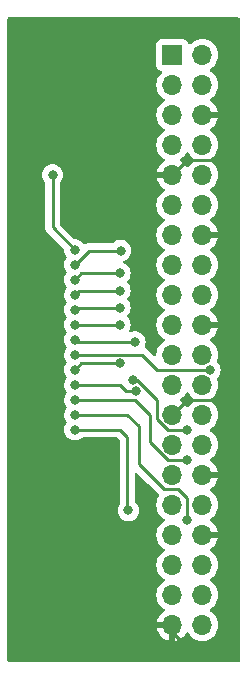
<source format=gbl>
G04 #@! TF.GenerationSoftware,KiCad,Pcbnew,7.0.5-7.0.5~ubuntu23.04.1*
G04 #@! TF.CreationDate,2023-06-22T20:58:36+02:00*
G04 #@! TF.ProjectId,olimex-ice40-pi-header,6f6c696d-6578-42d6-9963-6534302d7069,rev?*
G04 #@! TF.SameCoordinates,Original*
G04 #@! TF.FileFunction,Copper,L2,Bot*
G04 #@! TF.FilePolarity,Positive*
%FSLAX46Y46*%
G04 Gerber Fmt 4.6, Leading zero omitted, Abs format (unit mm)*
G04 Created by KiCad (PCBNEW 7.0.5-7.0.5~ubuntu23.04.1) date 2023-06-22 20:58:36*
%MOMM*%
%LPD*%
G01*
G04 APERTURE LIST*
G04 #@! TA.AperFunction,ComponentPad*
%ADD10R,1.700000X1.700000*%
G04 #@! TD*
G04 #@! TA.AperFunction,ComponentPad*
%ADD11O,1.700000X1.700000*%
G04 #@! TD*
G04 #@! TA.AperFunction,ViaPad*
%ADD12C,0.800000*%
G04 #@! TD*
G04 #@! TA.AperFunction,Conductor*
%ADD13C,0.250000*%
G04 #@! TD*
G04 APERTURE END LIST*
D10*
X144780000Y-73660000D03*
D11*
X147320000Y-73660000D03*
X144780000Y-76200000D03*
X147320000Y-76200000D03*
X144780000Y-78740000D03*
X147320000Y-78740000D03*
X144780000Y-81280000D03*
X147320000Y-81280000D03*
X144780000Y-83820000D03*
X147320000Y-83820000D03*
X144780000Y-86360000D03*
X147320000Y-86360000D03*
X144780000Y-88900000D03*
X147320000Y-88900000D03*
X144780000Y-91440000D03*
X147320000Y-91440000D03*
X144780000Y-93980000D03*
X147320000Y-93980000D03*
X144780000Y-96520000D03*
X147320000Y-96520000D03*
X144780000Y-99060000D03*
X147320000Y-99060000D03*
X144780000Y-101600000D03*
X147320000Y-101600000D03*
X144780000Y-104140000D03*
X147320000Y-104140000D03*
X144780000Y-106680000D03*
X147320000Y-106680000D03*
X144780000Y-109220000D03*
X147320000Y-109220000D03*
X144780000Y-111760000D03*
X147320000Y-111760000D03*
X144780000Y-114300000D03*
X147320000Y-114300000D03*
X144780000Y-116840000D03*
X147320000Y-116840000D03*
X144780000Y-119380000D03*
X147320000Y-119380000D03*
X144780000Y-121920000D03*
X147320000Y-121920000D03*
D12*
X136525000Y-90170000D03*
X134634799Y-83834799D03*
X138430000Y-83820000D03*
X140392299Y-90227299D03*
X136525000Y-91440000D03*
X140335000Y-92164500D03*
X136525000Y-92710000D03*
X136525000Y-93980000D03*
X140335000Y-93614000D03*
X140335000Y-95063500D03*
X136525000Y-95250000D03*
X136525000Y-96520000D03*
X140335000Y-96513000D03*
X141605000Y-97962500D03*
X136525000Y-97790000D03*
X147968237Y-100356474D03*
X136525000Y-99060000D03*
X136525000Y-100330000D03*
X140335000Y-99784500D03*
X146050000Y-105410000D03*
X141409503Y-101160497D03*
X136525000Y-101600000D03*
X141669893Y-102125485D03*
X146050000Y-107950000D03*
X136525000Y-102870000D03*
X146050000Y-113030000D03*
X136525000Y-104140000D03*
X141059030Y-112240026D03*
X136525000Y-105410000D03*
D13*
X134634799Y-88279799D02*
X136525000Y-90170000D01*
X134634799Y-83834799D02*
X134634799Y-88279799D01*
X146050000Y-82550000D02*
X149225000Y-82550000D01*
X147320000Y-88900000D02*
X149225000Y-88900000D01*
X147320000Y-109220000D02*
X149225000Y-109220000D01*
X147320000Y-114300000D02*
X149225000Y-114300000D01*
X149225000Y-109220000D02*
X149225000Y-114300000D01*
X138430000Y-83820000D02*
X144780000Y-83820000D01*
X147320000Y-96520000D02*
X149225000Y-96520000D01*
X147320000Y-78740000D02*
X148590000Y-78740000D01*
X149225000Y-88900000D02*
X149225000Y-96520000D01*
X146050000Y-123825000D02*
X144780000Y-122555000D01*
X144780000Y-104140000D02*
X146050000Y-102870000D01*
X149225000Y-82550000D02*
X149225000Y-88900000D01*
X146050000Y-102870000D02*
X149225000Y-102870000D01*
X148590000Y-123825000D02*
X146050000Y-123825000D01*
X149225000Y-79375000D02*
X149225000Y-82550000D01*
X144780000Y-83820000D02*
X146050000Y-82550000D01*
X144780000Y-122555000D02*
X144780000Y-121920000D01*
X149225000Y-123190000D02*
X148590000Y-123825000D01*
X149225000Y-114300000D02*
X149225000Y-123190000D01*
X149225000Y-102870000D02*
X149225000Y-109220000D01*
X149225000Y-96520000D02*
X149225000Y-102870000D01*
X148590000Y-78740000D02*
X149225000Y-79375000D01*
X140392299Y-90227299D02*
X137737701Y-90227299D01*
X137737701Y-90227299D02*
X136525000Y-91440000D01*
X140335000Y-92164500D02*
X137070500Y-92164500D01*
X137070500Y-92164500D02*
X136525000Y-92710000D01*
X136891000Y-93614000D02*
X136525000Y-93980000D01*
X140335000Y-93614000D02*
X136891000Y-93614000D01*
X140335000Y-95063500D02*
X136711500Y-95063500D01*
X136711500Y-95063500D02*
X136525000Y-95250000D01*
X140335000Y-96513000D02*
X136532000Y-96513000D01*
X136532000Y-96513000D02*
X136525000Y-96520000D01*
X136697500Y-97962500D02*
X136525000Y-97790000D01*
X141605000Y-97962500D02*
X136697500Y-97962500D01*
X143510000Y-100330000D02*
X142240000Y-99060000D01*
X142240000Y-99060000D02*
X136525000Y-99060000D01*
X147968237Y-100356474D02*
X143536474Y-100356474D01*
X143536474Y-100356474D02*
X143510000Y-100330000D01*
X140335000Y-99784500D02*
X137070500Y-99784500D01*
X137070500Y-99784500D02*
X136525000Y-100330000D01*
X141800497Y-101160497D02*
X141409503Y-101160497D01*
X146050000Y-105410000D02*
X144388299Y-105410000D01*
X144388299Y-105410000D02*
X143510000Y-104531701D01*
X143510000Y-104531701D02*
X143510000Y-102870000D01*
X143510000Y-102870000D02*
X141800497Y-101160497D01*
X140860485Y-102125485D02*
X140335000Y-101600000D01*
X141669893Y-102125485D02*
X140860485Y-102125485D01*
X140335000Y-101600000D02*
X136525000Y-101600000D01*
X141605000Y-102870000D02*
X136525000Y-102870000D01*
X144388299Y-107950000D02*
X142875000Y-106436701D01*
X146050000Y-107950000D02*
X144388299Y-107950000D01*
X141605000Y-102870000D02*
X142875000Y-104140000D01*
X142875000Y-106436701D02*
X142875000Y-104140000D01*
X144050000Y-110395000D02*
X141922500Y-108267500D01*
X146050000Y-113030000D02*
X146050000Y-111178299D01*
X146050000Y-111178299D02*
X145266701Y-110395000D01*
X140970000Y-104140000D02*
X136525000Y-104140000D01*
X141922500Y-108267500D02*
X141922500Y-105092500D01*
X145266701Y-110395000D02*
X144050000Y-110395000D01*
X141922500Y-105092500D02*
X140970000Y-104140000D01*
X140970000Y-112150996D02*
X141059030Y-112240026D01*
X140970000Y-106045000D02*
X140970000Y-112150996D01*
X140335000Y-105410000D02*
X140970000Y-106045000D01*
X136525000Y-105410000D02*
X140335000Y-105410000D01*
G04 #@! TA.AperFunction,Conductor*
G36*
X146134855Y-102266546D02*
G01*
X146151575Y-102285842D01*
X146281501Y-102471396D01*
X146281506Y-102471402D01*
X146448597Y-102638493D01*
X146448603Y-102638498D01*
X146634158Y-102768425D01*
X146677783Y-102823002D01*
X146684977Y-102892500D01*
X146653454Y-102954855D01*
X146634158Y-102971575D01*
X146448597Y-103101505D01*
X146281508Y-103268594D01*
X146151269Y-103454595D01*
X146096692Y-103498219D01*
X146027193Y-103505412D01*
X145964839Y-103473890D01*
X145948119Y-103454594D01*
X145818113Y-103268926D01*
X145818108Y-103268920D01*
X145651078Y-103101890D01*
X145465405Y-102971879D01*
X145421780Y-102917302D01*
X145414588Y-102847804D01*
X145446110Y-102785449D01*
X145465406Y-102768730D01*
X145465842Y-102768425D01*
X145651401Y-102638495D01*
X145818495Y-102471401D01*
X145948424Y-102285842D01*
X146003002Y-102242217D01*
X146072500Y-102235023D01*
X146134855Y-102266546D01*
G37*
G04 #@! TD.AperFunction*
G04 #@! TA.AperFunction,Conductor*
G36*
X146134855Y-81946546D02*
G01*
X146151575Y-81965842D01*
X146281501Y-82151396D01*
X146281506Y-82151402D01*
X146448597Y-82318493D01*
X146448603Y-82318498D01*
X146634158Y-82448425D01*
X146677783Y-82503002D01*
X146684977Y-82572500D01*
X146653454Y-82634855D01*
X146634158Y-82651575D01*
X146448597Y-82781505D01*
X146281508Y-82948594D01*
X146151269Y-83134595D01*
X146096692Y-83178219D01*
X146027193Y-83185412D01*
X145964839Y-83153890D01*
X145948119Y-83134594D01*
X145818113Y-82948926D01*
X145818108Y-82948920D01*
X145651078Y-82781890D01*
X145465405Y-82651879D01*
X145421780Y-82597302D01*
X145414588Y-82527804D01*
X145446110Y-82465449D01*
X145465406Y-82448730D01*
X145465842Y-82448425D01*
X145651401Y-82318495D01*
X145818495Y-82151401D01*
X145948424Y-81965842D01*
X146003002Y-81922217D01*
X146072500Y-81915023D01*
X146134855Y-81946546D01*
G37*
G04 #@! TD.AperFunction*
G04 #@! TA.AperFunction,Conductor*
G36*
X150437539Y-70505185D02*
G01*
X150483294Y-70557989D01*
X150494500Y-70609500D01*
X150494500Y-124970500D01*
X150474815Y-125037539D01*
X150422011Y-125083294D01*
X150370500Y-125094500D01*
X130934500Y-125094500D01*
X130867461Y-125074815D01*
X130821706Y-125022011D01*
X130810500Y-124970500D01*
X130810500Y-83834799D01*
X133729339Y-83834799D01*
X133749125Y-84023055D01*
X133749126Y-84023058D01*
X133807617Y-84203076D01*
X133807620Y-84203083D01*
X133902266Y-84367015D01*
X133945571Y-84415109D01*
X133977449Y-84450514D01*
X134007679Y-84513505D01*
X134009299Y-84533486D01*
X134009299Y-88197054D01*
X134007574Y-88212671D01*
X134007860Y-88212698D01*
X134007125Y-88220465D01*
X134009268Y-88288645D01*
X134009299Y-88290592D01*
X134009299Y-88319142D01*
X134009300Y-88319159D01*
X134010167Y-88326030D01*
X134010625Y-88331849D01*
X134012089Y-88378423D01*
X134012090Y-88378426D01*
X134017679Y-88397666D01*
X134021623Y-88416710D01*
X134024125Y-88436513D01*
X134024135Y-88436590D01*
X134041289Y-88479918D01*
X134043181Y-88485446D01*
X134056180Y-88530187D01*
X134066379Y-88547433D01*
X134074935Y-88564899D01*
X134082313Y-88583530D01*
X134082313Y-88583531D01*
X134109697Y-88621222D01*
X134112905Y-88626106D01*
X134136626Y-88666215D01*
X134136632Y-88666223D01*
X134150789Y-88680379D01*
X134163427Y-88695175D01*
X134175204Y-88711385D01*
X134175205Y-88711386D01*
X134211108Y-88741087D01*
X134215419Y-88745009D01*
X135329423Y-89859014D01*
X135586038Y-90115629D01*
X135619523Y-90176952D01*
X135621678Y-90190348D01*
X135624447Y-90216692D01*
X135639326Y-90358256D01*
X135639327Y-90358259D01*
X135697818Y-90538277D01*
X135697821Y-90538284D01*
X135792467Y-90702216D01*
X135802806Y-90713699D01*
X135810307Y-90722030D01*
X135840535Y-90785022D01*
X135831909Y-90854357D01*
X135810307Y-90887970D01*
X135792466Y-90907785D01*
X135697821Y-91071715D01*
X135697818Y-91071722D01*
X135639939Y-91249857D01*
X135639326Y-91251744D01*
X135619540Y-91440000D01*
X135639326Y-91628256D01*
X135639327Y-91628259D01*
X135697818Y-91808277D01*
X135697821Y-91808284D01*
X135792467Y-91972216D01*
X135796094Y-91976244D01*
X135810305Y-91992027D01*
X135840535Y-92055018D01*
X135831910Y-92124354D01*
X135810308Y-92157968D01*
X135792466Y-92177784D01*
X135697821Y-92341715D01*
X135697818Y-92341722D01*
X135639327Y-92521740D01*
X135639326Y-92521744D01*
X135619540Y-92710000D01*
X135639326Y-92898256D01*
X135639327Y-92898259D01*
X135697818Y-93078277D01*
X135697821Y-93078284D01*
X135792467Y-93242216D01*
X135795624Y-93245722D01*
X135810307Y-93262030D01*
X135840535Y-93325022D01*
X135831909Y-93394357D01*
X135810307Y-93427970D01*
X135792466Y-93447785D01*
X135697821Y-93611715D01*
X135697818Y-93611722D01*
X135654645Y-93744596D01*
X135639326Y-93791744D01*
X135619540Y-93980000D01*
X135639326Y-94168256D01*
X135639327Y-94168259D01*
X135697818Y-94348277D01*
X135697821Y-94348284D01*
X135792467Y-94512216D01*
X135809636Y-94531284D01*
X135810305Y-94532027D01*
X135840535Y-94595018D01*
X135831910Y-94664354D01*
X135810308Y-94697968D01*
X135792466Y-94717784D01*
X135697821Y-94881715D01*
X135697818Y-94881722D01*
X135639327Y-95061740D01*
X135639326Y-95061744D01*
X135619540Y-95250000D01*
X135639326Y-95438256D01*
X135639327Y-95438259D01*
X135697818Y-95618277D01*
X135697821Y-95618284D01*
X135792467Y-95782216D01*
X135797900Y-95788250D01*
X135810307Y-95802030D01*
X135840535Y-95865022D01*
X135831909Y-95934357D01*
X135810307Y-95967970D01*
X135792466Y-95987785D01*
X135697821Y-96151715D01*
X135697818Y-96151722D01*
X135641600Y-96324744D01*
X135639326Y-96331744D01*
X135619540Y-96520000D01*
X135639326Y-96708256D01*
X135639327Y-96708259D01*
X135697818Y-96888277D01*
X135697821Y-96888284D01*
X135792467Y-97052216D01*
X135801277Y-97062000D01*
X135810307Y-97072030D01*
X135840535Y-97135022D01*
X135831909Y-97204357D01*
X135810307Y-97237970D01*
X135792466Y-97257785D01*
X135697821Y-97421715D01*
X135697818Y-97421722D01*
X135641772Y-97594215D01*
X135639326Y-97601744D01*
X135619540Y-97790000D01*
X135639326Y-97978256D01*
X135639327Y-97978259D01*
X135697818Y-98158277D01*
X135697821Y-98158284D01*
X135792467Y-98322216D01*
X135800182Y-98330784D01*
X135810307Y-98342030D01*
X135840535Y-98405022D01*
X135831909Y-98474357D01*
X135810307Y-98507970D01*
X135792466Y-98527785D01*
X135697821Y-98691715D01*
X135697818Y-98691722D01*
X135654645Y-98824596D01*
X135639326Y-98871744D01*
X135619540Y-99060000D01*
X135639326Y-99248256D01*
X135639327Y-99248259D01*
X135697818Y-99428277D01*
X135697821Y-99428284D01*
X135792467Y-99592216D01*
X135802806Y-99603699D01*
X135810307Y-99612030D01*
X135840535Y-99675022D01*
X135831909Y-99744357D01*
X135810307Y-99777970D01*
X135792466Y-99797785D01*
X135697821Y-99961715D01*
X135697818Y-99961722D01*
X135639327Y-100141740D01*
X135639326Y-100141744D01*
X135619540Y-100330000D01*
X135639326Y-100518256D01*
X135639327Y-100518259D01*
X135697818Y-100698277D01*
X135697821Y-100698284D01*
X135792467Y-100862216D01*
X135796357Y-100866536D01*
X135810305Y-100882027D01*
X135840535Y-100945018D01*
X135831910Y-101014354D01*
X135810308Y-101047968D01*
X135792466Y-101067784D01*
X135697821Y-101231715D01*
X135697818Y-101231722D01*
X135654645Y-101364596D01*
X135639326Y-101411744D01*
X135619540Y-101600000D01*
X135639326Y-101788256D01*
X135639327Y-101788259D01*
X135697818Y-101968277D01*
X135697821Y-101968284D01*
X135792467Y-102132216D01*
X135802806Y-102143699D01*
X135810307Y-102152030D01*
X135840535Y-102215022D01*
X135831909Y-102284357D01*
X135810307Y-102317970D01*
X135792466Y-102337785D01*
X135697821Y-102501715D01*
X135697818Y-102501722D01*
X135649339Y-102650927D01*
X135639326Y-102681744D01*
X135619540Y-102870000D01*
X135639326Y-103058256D01*
X135639327Y-103058259D01*
X135697818Y-103238277D01*
X135697821Y-103238284D01*
X135792467Y-103402216D01*
X135802806Y-103413699D01*
X135810307Y-103422030D01*
X135840535Y-103485022D01*
X135831909Y-103554357D01*
X135810307Y-103587970D01*
X135792466Y-103607785D01*
X135697821Y-103771715D01*
X135697818Y-103771722D01*
X135654645Y-103904596D01*
X135639326Y-103951744D01*
X135619540Y-104140000D01*
X135639326Y-104328256D01*
X135639327Y-104328259D01*
X135697818Y-104508277D01*
X135697821Y-104508284D01*
X135792467Y-104672216D01*
X135802806Y-104683699D01*
X135810307Y-104692030D01*
X135840535Y-104755022D01*
X135831909Y-104824357D01*
X135810307Y-104857970D01*
X135792466Y-104877785D01*
X135697821Y-105041715D01*
X135697818Y-105041722D01*
X135639327Y-105221740D01*
X135639326Y-105221744D01*
X135619540Y-105410000D01*
X135639326Y-105598256D01*
X135639327Y-105598259D01*
X135697818Y-105778277D01*
X135697821Y-105778284D01*
X135792467Y-105942216D01*
X135894185Y-106055185D01*
X135919129Y-106082888D01*
X136072265Y-106194148D01*
X136072270Y-106194151D01*
X136245192Y-106271142D01*
X136245197Y-106271144D01*
X136430354Y-106310500D01*
X136430355Y-106310500D01*
X136619644Y-106310500D01*
X136619646Y-106310500D01*
X136804803Y-106271144D01*
X136977730Y-106194151D01*
X137130871Y-106082888D01*
X137133788Y-106079647D01*
X137136600Y-106076526D01*
X137196087Y-106039879D01*
X137228748Y-106035500D01*
X140024548Y-106035500D01*
X140091587Y-106055185D01*
X140112229Y-106071819D01*
X140308181Y-106267771D01*
X140341666Y-106329094D01*
X140344500Y-106355452D01*
X140344500Y-111643402D01*
X140327887Y-111705402D01*
X140231851Y-111871741D01*
X140231848Y-111871748D01*
X140173357Y-112051766D01*
X140173356Y-112051770D01*
X140153570Y-112240026D01*
X140173356Y-112428282D01*
X140173357Y-112428285D01*
X140231848Y-112608303D01*
X140231851Y-112608310D01*
X140326497Y-112772242D01*
X140453159Y-112912914D01*
X140606295Y-113024174D01*
X140606300Y-113024177D01*
X140779222Y-113101168D01*
X140779227Y-113101170D01*
X140964384Y-113140526D01*
X140964385Y-113140526D01*
X141153674Y-113140526D01*
X141153676Y-113140526D01*
X141338833Y-113101170D01*
X141511760Y-113024177D01*
X141664901Y-112912914D01*
X141791563Y-112772242D01*
X141886209Y-112608310D01*
X141944704Y-112428282D01*
X141964490Y-112240026D01*
X141944704Y-112051770D01*
X141886209Y-111871742D01*
X141791563Y-111707810D01*
X141733570Y-111643402D01*
X141664906Y-111567142D01*
X141664903Y-111567140D01*
X141664902Y-111567139D01*
X141664901Y-111567138D01*
X141646613Y-111553851D01*
X141603949Y-111498521D01*
X141595500Y-111453534D01*
X141595500Y-109124452D01*
X141615185Y-109057413D01*
X141667989Y-109011658D01*
X141737147Y-109001714D01*
X141800703Y-109030739D01*
X141807179Y-109036769D01*
X142759403Y-109988994D01*
X143549197Y-110778788D01*
X143559022Y-110791051D01*
X143559243Y-110790869D01*
X143564211Y-110796874D01*
X143613932Y-110843566D01*
X143615332Y-110844923D01*
X143633959Y-110863550D01*
X143667442Y-110924874D01*
X143662456Y-110994566D01*
X143647851Y-111022351D01*
X143605964Y-111082172D01*
X143506097Y-111296335D01*
X143506094Y-111296344D01*
X143444938Y-111524586D01*
X143444936Y-111524596D01*
X143424341Y-111759999D01*
X143424341Y-111760000D01*
X143444936Y-111995403D01*
X143444938Y-111995413D01*
X143506094Y-112223655D01*
X143506096Y-112223659D01*
X143506097Y-112223663D01*
X143601513Y-112428282D01*
X143605965Y-112437830D01*
X143605967Y-112437834D01*
X143714281Y-112592521D01*
X143725336Y-112608310D01*
X143741501Y-112631395D01*
X143741506Y-112631402D01*
X143908597Y-112798493D01*
X143908603Y-112798498D01*
X144094158Y-112928425D01*
X144137783Y-112983002D01*
X144144977Y-113052500D01*
X144113454Y-113114855D01*
X144094158Y-113131575D01*
X143908597Y-113261505D01*
X143741505Y-113428597D01*
X143605965Y-113622169D01*
X143605964Y-113622171D01*
X143506098Y-113836335D01*
X143506094Y-113836344D01*
X143444938Y-114064586D01*
X143444936Y-114064596D01*
X143424341Y-114299999D01*
X143424341Y-114300000D01*
X143444936Y-114535403D01*
X143444938Y-114535413D01*
X143506094Y-114763655D01*
X143506096Y-114763659D01*
X143506097Y-114763663D01*
X143589155Y-114941781D01*
X143605965Y-114977830D01*
X143605967Y-114977834D01*
X143714281Y-115132521D01*
X143741501Y-115171396D01*
X143741506Y-115171402D01*
X143908597Y-115338493D01*
X143908603Y-115338498D01*
X144094158Y-115468425D01*
X144137783Y-115523002D01*
X144144977Y-115592500D01*
X144113454Y-115654855D01*
X144094158Y-115671575D01*
X143908597Y-115801505D01*
X143741505Y-115968597D01*
X143605965Y-116162169D01*
X143605964Y-116162171D01*
X143506098Y-116376335D01*
X143506094Y-116376344D01*
X143444938Y-116604586D01*
X143444936Y-116604596D01*
X143424341Y-116839999D01*
X143424341Y-116840000D01*
X143444936Y-117075403D01*
X143444938Y-117075413D01*
X143506094Y-117303655D01*
X143506096Y-117303659D01*
X143506097Y-117303663D01*
X143510000Y-117312032D01*
X143605965Y-117517830D01*
X143605967Y-117517834D01*
X143714281Y-117672521D01*
X143741501Y-117711396D01*
X143741506Y-117711402D01*
X143908597Y-117878493D01*
X143908603Y-117878498D01*
X144094158Y-118008425D01*
X144137783Y-118063002D01*
X144144977Y-118132500D01*
X144113454Y-118194855D01*
X144094158Y-118211575D01*
X143908597Y-118341505D01*
X143741505Y-118508597D01*
X143605965Y-118702169D01*
X143605964Y-118702171D01*
X143506098Y-118916335D01*
X143506094Y-118916344D01*
X143444938Y-119144586D01*
X143444936Y-119144596D01*
X143424341Y-119379999D01*
X143424341Y-119380000D01*
X143444936Y-119615403D01*
X143444938Y-119615413D01*
X143506094Y-119843655D01*
X143506096Y-119843659D01*
X143506097Y-119843663D01*
X143510000Y-119852032D01*
X143605965Y-120057830D01*
X143605967Y-120057834D01*
X143714281Y-120212521D01*
X143741501Y-120251396D01*
X143741506Y-120251402D01*
X143908597Y-120418493D01*
X143908603Y-120418498D01*
X144094594Y-120548730D01*
X144138219Y-120603307D01*
X144145413Y-120672805D01*
X144113890Y-120735160D01*
X144094595Y-120751880D01*
X143908922Y-120881890D01*
X143908920Y-120881891D01*
X143741891Y-121048920D01*
X143741886Y-121048926D01*
X143606400Y-121242420D01*
X143606399Y-121242422D01*
X143506570Y-121456507D01*
X143506567Y-121456513D01*
X143449364Y-121669999D01*
X143449364Y-121670000D01*
X144346314Y-121670000D01*
X144320507Y-121710156D01*
X144280000Y-121848111D01*
X144280000Y-121991889D01*
X144320507Y-122129844D01*
X144346314Y-122170000D01*
X143449364Y-122170000D01*
X143506567Y-122383486D01*
X143506570Y-122383492D01*
X143606399Y-122597578D01*
X143741894Y-122791082D01*
X143908917Y-122958105D01*
X144102421Y-123093600D01*
X144316507Y-123193429D01*
X144316516Y-123193433D01*
X144530000Y-123250634D01*
X144530000Y-122355501D01*
X144637685Y-122404680D01*
X144744237Y-122420000D01*
X144815763Y-122420000D01*
X144922315Y-122404680D01*
X145030000Y-122355501D01*
X145030000Y-123250633D01*
X145243483Y-123193433D01*
X145243492Y-123193429D01*
X145457578Y-123093600D01*
X145651082Y-122958105D01*
X145818105Y-122791082D01*
X145948119Y-122605405D01*
X146002696Y-122561781D01*
X146072195Y-122554588D01*
X146134549Y-122586110D01*
X146151269Y-122605405D01*
X146281505Y-122791401D01*
X146448599Y-122958495D01*
X146545384Y-123026264D01*
X146642165Y-123094032D01*
X146642167Y-123094033D01*
X146642170Y-123094035D01*
X146856337Y-123193903D01*
X147084592Y-123255063D01*
X147272918Y-123271539D01*
X147319999Y-123275659D01*
X147320000Y-123275659D01*
X147320001Y-123275659D01*
X147359234Y-123272226D01*
X147555408Y-123255063D01*
X147783663Y-123193903D01*
X147997830Y-123094035D01*
X148191401Y-122958495D01*
X148358495Y-122791401D01*
X148494035Y-122597830D01*
X148593903Y-122383663D01*
X148655063Y-122155408D01*
X148675659Y-121920000D01*
X148655063Y-121684592D01*
X148593903Y-121456337D01*
X148494035Y-121242171D01*
X148488731Y-121234595D01*
X148358494Y-121048597D01*
X148191402Y-120881506D01*
X148191401Y-120881505D01*
X148069746Y-120796321D01*
X148005841Y-120751574D01*
X147962216Y-120696997D01*
X147955024Y-120627498D01*
X147986546Y-120565144D01*
X148005836Y-120548428D01*
X148191401Y-120418495D01*
X148358495Y-120251401D01*
X148494035Y-120057830D01*
X148593903Y-119843663D01*
X148655063Y-119615408D01*
X148675659Y-119380000D01*
X148655063Y-119144592D01*
X148593903Y-118916337D01*
X148494035Y-118702171D01*
X148488425Y-118694158D01*
X148358494Y-118508597D01*
X148191402Y-118341506D01*
X148191396Y-118341501D01*
X148005842Y-118211575D01*
X147962217Y-118156998D01*
X147955023Y-118087500D01*
X147986546Y-118025145D01*
X148005842Y-118008425D01*
X148028026Y-117992891D01*
X148191401Y-117878495D01*
X148358495Y-117711401D01*
X148494035Y-117517830D01*
X148593903Y-117303663D01*
X148655063Y-117075408D01*
X148675659Y-116840000D01*
X148655063Y-116604592D01*
X148593903Y-116376337D01*
X148494035Y-116162171D01*
X148488425Y-116154158D01*
X148358494Y-115968597D01*
X148191402Y-115801506D01*
X148191401Y-115801505D01*
X148005842Y-115671575D01*
X148005405Y-115671269D01*
X147961781Y-115616692D01*
X147954588Y-115547193D01*
X147986110Y-115484839D01*
X148005405Y-115468119D01*
X148191082Y-115338105D01*
X148358105Y-115171082D01*
X148493600Y-114977578D01*
X148593429Y-114763492D01*
X148593432Y-114763486D01*
X148650636Y-114550000D01*
X147753686Y-114550000D01*
X147779493Y-114509844D01*
X147820000Y-114371889D01*
X147820000Y-114228111D01*
X147779493Y-114090156D01*
X147753686Y-114050000D01*
X148650636Y-114050000D01*
X148650635Y-114049999D01*
X148593432Y-113836513D01*
X148593429Y-113836507D01*
X148493600Y-113622422D01*
X148493599Y-113622420D01*
X148358113Y-113428926D01*
X148358108Y-113428920D01*
X148191078Y-113261890D01*
X148005405Y-113131879D01*
X147961780Y-113077302D01*
X147954588Y-113007804D01*
X147986110Y-112945449D01*
X148005406Y-112928730D01*
X148027994Y-112912914D01*
X148191401Y-112798495D01*
X148358495Y-112631401D01*
X148494035Y-112437830D01*
X148593903Y-112223663D01*
X148655063Y-111995408D01*
X148675659Y-111760000D01*
X148655063Y-111524592D01*
X148593903Y-111296337D01*
X148494035Y-111082171D01*
X148385142Y-110926654D01*
X148358494Y-110888597D01*
X148191402Y-110721506D01*
X148191401Y-110721505D01*
X148005405Y-110591269D01*
X147961781Y-110536692D01*
X147954588Y-110467193D01*
X147986110Y-110404839D01*
X148005405Y-110388119D01*
X148191082Y-110258105D01*
X148358105Y-110091082D01*
X148493600Y-109897578D01*
X148593429Y-109683492D01*
X148593432Y-109683486D01*
X148650636Y-109470000D01*
X147753686Y-109470000D01*
X147779493Y-109429844D01*
X147820000Y-109291889D01*
X147820000Y-109148111D01*
X147779493Y-109010156D01*
X147753686Y-108970000D01*
X148650636Y-108970000D01*
X148650635Y-108969999D01*
X148593432Y-108756513D01*
X148593429Y-108756507D01*
X148493600Y-108542422D01*
X148493599Y-108542420D01*
X148358113Y-108348926D01*
X148358108Y-108348920D01*
X148191078Y-108181890D01*
X148005405Y-108051879D01*
X147961780Y-107997302D01*
X147954588Y-107927804D01*
X147986110Y-107865449D01*
X148005406Y-107848730D01*
X148191401Y-107718495D01*
X148358495Y-107551401D01*
X148494035Y-107357830D01*
X148593903Y-107143663D01*
X148655063Y-106915408D01*
X148675659Y-106680000D01*
X148655063Y-106444592D01*
X148593903Y-106216337D01*
X148494035Y-106002171D01*
X148452055Y-105942216D01*
X148358494Y-105808597D01*
X148191402Y-105641506D01*
X148191401Y-105641505D01*
X148069746Y-105556321D01*
X148005841Y-105511574D01*
X147962216Y-105456997D01*
X147955024Y-105387498D01*
X147986546Y-105325144D01*
X148005836Y-105308428D01*
X148191401Y-105178495D01*
X148358495Y-105011401D01*
X148494035Y-104817830D01*
X148593903Y-104603663D01*
X148655063Y-104375408D01*
X148675659Y-104140000D01*
X148655063Y-103904592D01*
X148593903Y-103676337D01*
X148494035Y-103462171D01*
X148488731Y-103454595D01*
X148358494Y-103268597D01*
X148191402Y-103101506D01*
X148191396Y-103101501D01*
X148005842Y-102971575D01*
X147962217Y-102916998D01*
X147955023Y-102847500D01*
X147986546Y-102785145D01*
X148005842Y-102768425D01*
X148129635Y-102681744D01*
X148191401Y-102638495D01*
X148358495Y-102471401D01*
X148494035Y-102277830D01*
X148593903Y-102063663D01*
X148655063Y-101835408D01*
X148675659Y-101600000D01*
X148655063Y-101364592D01*
X148593903Y-101136337D01*
X148588970Y-101125759D01*
X148578479Y-101056684D01*
X148606998Y-100992900D01*
X148609169Y-100990422D01*
X148700770Y-100888690D01*
X148795416Y-100724758D01*
X148853911Y-100544730D01*
X148873697Y-100356474D01*
X148853911Y-100168218D01*
X148795416Y-99988190D01*
X148700770Y-99824258D01*
X148617632Y-99731924D01*
X148592937Y-99704497D01*
X148562707Y-99641505D01*
X148571332Y-99572170D01*
X148572706Y-99569119D01*
X148593900Y-99523669D01*
X148593903Y-99523663D01*
X148655063Y-99295408D01*
X148675659Y-99060000D01*
X148655063Y-98824592D01*
X148593903Y-98596337D01*
X148494035Y-98382171D01*
X148488425Y-98374158D01*
X148358494Y-98188597D01*
X148191402Y-98021506D01*
X148191401Y-98021505D01*
X148005405Y-97891269D01*
X147961781Y-97836692D01*
X147954588Y-97767193D01*
X147986110Y-97704839D01*
X148005405Y-97688119D01*
X148191082Y-97558105D01*
X148358105Y-97391082D01*
X148493600Y-97197578D01*
X148593429Y-96983492D01*
X148593432Y-96983486D01*
X148650636Y-96770000D01*
X147753686Y-96770000D01*
X147779493Y-96729844D01*
X147820000Y-96591889D01*
X147820000Y-96448111D01*
X147779493Y-96310156D01*
X147753686Y-96270000D01*
X148650636Y-96270000D01*
X148650635Y-96269999D01*
X148593432Y-96056513D01*
X148593429Y-96056507D01*
X148493600Y-95842422D01*
X148493599Y-95842420D01*
X148358113Y-95648926D01*
X148358108Y-95648920D01*
X148191078Y-95481890D01*
X148005405Y-95351879D01*
X147961780Y-95297302D01*
X147954588Y-95227804D01*
X147986110Y-95165449D01*
X148005406Y-95148730D01*
X148129635Y-95061744D01*
X148191401Y-95018495D01*
X148358495Y-94851401D01*
X148494035Y-94657830D01*
X148593903Y-94443663D01*
X148655063Y-94215408D01*
X148675659Y-93980000D01*
X148655063Y-93744592D01*
X148593903Y-93516337D01*
X148494035Y-93302171D01*
X148488425Y-93294158D01*
X148358494Y-93108597D01*
X148191402Y-92941506D01*
X148191396Y-92941501D01*
X148005842Y-92811575D01*
X147962217Y-92756998D01*
X147955023Y-92687500D01*
X147986546Y-92625145D01*
X148005842Y-92608425D01*
X148129635Y-92521744D01*
X148191401Y-92478495D01*
X148358495Y-92311401D01*
X148494035Y-92117830D01*
X148593903Y-91903663D01*
X148655063Y-91675408D01*
X148675659Y-91440000D01*
X148655063Y-91204592D01*
X148593903Y-90976337D01*
X148494035Y-90762171D01*
X148492176Y-90759515D01*
X148358494Y-90568597D01*
X148191402Y-90401506D01*
X148191401Y-90401505D01*
X148005842Y-90271575D01*
X148005405Y-90271269D01*
X147961781Y-90216692D01*
X147954588Y-90147193D01*
X147986110Y-90084839D01*
X148005405Y-90068119D01*
X148191082Y-89938105D01*
X148358105Y-89771082D01*
X148493600Y-89577578D01*
X148593429Y-89363492D01*
X148593432Y-89363486D01*
X148650636Y-89150000D01*
X147753686Y-89150000D01*
X147779493Y-89109844D01*
X147820000Y-88971889D01*
X147820000Y-88828111D01*
X147779493Y-88690156D01*
X147753686Y-88650000D01*
X148650636Y-88650000D01*
X148650635Y-88649999D01*
X148593432Y-88436513D01*
X148593429Y-88436507D01*
X148493600Y-88222422D01*
X148493599Y-88222420D01*
X148358113Y-88028926D01*
X148358108Y-88028920D01*
X148191078Y-87861890D01*
X148005405Y-87731879D01*
X147961780Y-87677302D01*
X147954588Y-87607804D01*
X147986110Y-87545449D01*
X148005406Y-87528730D01*
X148005842Y-87528425D01*
X148191401Y-87398495D01*
X148358495Y-87231401D01*
X148494035Y-87037830D01*
X148593903Y-86823663D01*
X148655063Y-86595408D01*
X148675659Y-86360000D01*
X148655063Y-86124592D01*
X148593903Y-85896337D01*
X148494035Y-85682171D01*
X148488425Y-85674158D01*
X148358494Y-85488597D01*
X148191402Y-85321506D01*
X148191401Y-85321505D01*
X148005842Y-85191575D01*
X148005841Y-85191574D01*
X147962216Y-85136997D01*
X147955024Y-85067498D01*
X147986546Y-85005144D01*
X148005836Y-84988428D01*
X148191401Y-84858495D01*
X148358495Y-84691401D01*
X148494035Y-84497830D01*
X148593903Y-84283663D01*
X148655063Y-84055408D01*
X148675659Y-83820000D01*
X148655063Y-83584592D01*
X148593903Y-83356337D01*
X148494035Y-83142171D01*
X148488731Y-83134595D01*
X148358494Y-82948597D01*
X148191402Y-82781506D01*
X148191396Y-82781501D01*
X148005842Y-82651575D01*
X147962217Y-82596998D01*
X147955023Y-82527500D01*
X147986546Y-82465145D01*
X148005842Y-82448425D01*
X148028026Y-82432891D01*
X148191401Y-82318495D01*
X148358495Y-82151401D01*
X148494035Y-81957830D01*
X148593903Y-81743663D01*
X148655063Y-81515408D01*
X148675659Y-81280000D01*
X148655063Y-81044592D01*
X148593903Y-80816337D01*
X148494035Y-80602171D01*
X148488425Y-80594158D01*
X148358494Y-80408597D01*
X148191402Y-80241506D01*
X148191401Y-80241505D01*
X148005842Y-80111575D01*
X148005405Y-80111269D01*
X147961781Y-80056692D01*
X147954588Y-79987193D01*
X147986110Y-79924839D01*
X148005405Y-79908119D01*
X148191082Y-79778105D01*
X148358105Y-79611082D01*
X148493600Y-79417578D01*
X148593429Y-79203492D01*
X148593432Y-79203486D01*
X148650636Y-78990000D01*
X147753686Y-78990000D01*
X147779493Y-78949844D01*
X147820000Y-78811889D01*
X147820000Y-78668111D01*
X147779493Y-78530156D01*
X147753686Y-78490000D01*
X148650636Y-78490000D01*
X148650635Y-78489999D01*
X148593432Y-78276513D01*
X148593429Y-78276507D01*
X148493600Y-78062422D01*
X148493599Y-78062420D01*
X148358113Y-77868926D01*
X148358108Y-77868920D01*
X148191078Y-77701890D01*
X148005405Y-77571879D01*
X147961780Y-77517302D01*
X147954588Y-77447804D01*
X147986110Y-77385449D01*
X148005406Y-77368730D01*
X148005842Y-77368425D01*
X148191401Y-77238495D01*
X148358495Y-77071401D01*
X148494035Y-76877830D01*
X148593903Y-76663663D01*
X148655063Y-76435408D01*
X148675659Y-76200000D01*
X148655063Y-75964592D01*
X148593903Y-75736337D01*
X148494035Y-75522171D01*
X148488425Y-75514158D01*
X148358494Y-75328597D01*
X148191402Y-75161506D01*
X148191401Y-75161505D01*
X148068800Y-75075659D01*
X148005841Y-75031574D01*
X147962216Y-74976997D01*
X147955024Y-74907498D01*
X147986546Y-74845144D01*
X148005836Y-74828428D01*
X148191401Y-74698495D01*
X148358495Y-74531401D01*
X148494035Y-74337830D01*
X148593903Y-74123663D01*
X148655063Y-73895408D01*
X148675659Y-73660000D01*
X148655063Y-73424592D01*
X148593903Y-73196337D01*
X148494035Y-72982171D01*
X148358495Y-72788599D01*
X148358494Y-72788597D01*
X148191402Y-72621506D01*
X148191395Y-72621501D01*
X147997834Y-72485967D01*
X147997830Y-72485965D01*
X147997828Y-72485964D01*
X147783663Y-72386097D01*
X147783659Y-72386096D01*
X147783655Y-72386094D01*
X147555413Y-72324938D01*
X147555403Y-72324936D01*
X147320001Y-72304341D01*
X147319999Y-72304341D01*
X147084596Y-72324936D01*
X147084586Y-72324938D01*
X146856344Y-72386094D01*
X146856335Y-72386098D01*
X146642171Y-72485964D01*
X146642169Y-72485965D01*
X146448600Y-72621503D01*
X146326673Y-72743430D01*
X146265350Y-72776914D01*
X146195658Y-72771930D01*
X146139725Y-72730058D01*
X146122810Y-72699081D01*
X146073797Y-72567671D01*
X146073793Y-72567664D01*
X145987547Y-72452455D01*
X145987544Y-72452452D01*
X145872335Y-72366206D01*
X145872328Y-72366202D01*
X145737482Y-72315908D01*
X145737483Y-72315908D01*
X145677883Y-72309501D01*
X145677881Y-72309500D01*
X145677873Y-72309500D01*
X145677864Y-72309500D01*
X143882129Y-72309500D01*
X143882123Y-72309501D01*
X143822516Y-72315908D01*
X143687671Y-72366202D01*
X143687664Y-72366206D01*
X143572455Y-72452452D01*
X143572452Y-72452455D01*
X143486206Y-72567664D01*
X143486202Y-72567671D01*
X143435908Y-72702517D01*
X143429501Y-72762116D01*
X143429500Y-72762135D01*
X143429500Y-74557870D01*
X143429501Y-74557876D01*
X143435908Y-74617483D01*
X143486202Y-74752328D01*
X143486206Y-74752335D01*
X143572452Y-74867544D01*
X143572455Y-74867547D01*
X143687664Y-74953793D01*
X143687671Y-74953797D01*
X143819081Y-75002810D01*
X143875015Y-75044681D01*
X143899432Y-75110145D01*
X143884580Y-75178418D01*
X143863430Y-75206673D01*
X143741503Y-75328600D01*
X143605965Y-75522169D01*
X143605964Y-75522171D01*
X143506098Y-75736335D01*
X143506094Y-75736344D01*
X143444938Y-75964586D01*
X143444936Y-75964596D01*
X143424341Y-76199999D01*
X143424341Y-76200000D01*
X143444936Y-76435403D01*
X143444938Y-76435413D01*
X143506094Y-76663655D01*
X143506096Y-76663659D01*
X143506097Y-76663663D01*
X143510000Y-76672032D01*
X143605965Y-76877830D01*
X143605967Y-76877834D01*
X143714281Y-77032521D01*
X143741501Y-77071396D01*
X143741506Y-77071402D01*
X143908597Y-77238493D01*
X143908603Y-77238498D01*
X144094158Y-77368425D01*
X144137783Y-77423002D01*
X144144977Y-77492500D01*
X144113454Y-77554855D01*
X144094158Y-77571575D01*
X143908597Y-77701505D01*
X143741505Y-77868597D01*
X143605965Y-78062169D01*
X143605964Y-78062171D01*
X143506098Y-78276335D01*
X143506094Y-78276344D01*
X143444938Y-78504586D01*
X143444936Y-78504596D01*
X143424341Y-78739999D01*
X143424341Y-78740000D01*
X143444936Y-78975403D01*
X143444938Y-78975413D01*
X143506094Y-79203655D01*
X143506096Y-79203659D01*
X143506097Y-79203663D01*
X143589155Y-79381781D01*
X143605965Y-79417830D01*
X143605967Y-79417834D01*
X143714281Y-79572521D01*
X143741501Y-79611396D01*
X143741506Y-79611402D01*
X143908597Y-79778493D01*
X143908603Y-79778498D01*
X144094158Y-79908425D01*
X144137783Y-79963002D01*
X144144977Y-80032500D01*
X144113454Y-80094855D01*
X144094158Y-80111575D01*
X143908597Y-80241505D01*
X143741505Y-80408597D01*
X143605965Y-80602169D01*
X143605964Y-80602171D01*
X143506098Y-80816335D01*
X143506094Y-80816344D01*
X143444938Y-81044586D01*
X143444936Y-81044596D01*
X143424341Y-81279999D01*
X143424341Y-81280000D01*
X143444936Y-81515403D01*
X143444938Y-81515413D01*
X143506094Y-81743655D01*
X143506096Y-81743659D01*
X143506097Y-81743663D01*
X143510000Y-81752032D01*
X143605965Y-81957830D01*
X143605967Y-81957834D01*
X143714281Y-82112521D01*
X143741501Y-82151396D01*
X143741506Y-82151402D01*
X143908597Y-82318493D01*
X143908603Y-82318498D01*
X144094594Y-82448730D01*
X144138219Y-82503307D01*
X144145413Y-82572805D01*
X144113890Y-82635160D01*
X144094595Y-82651880D01*
X143908922Y-82781890D01*
X143908920Y-82781891D01*
X143741891Y-82948920D01*
X143741886Y-82948926D01*
X143606400Y-83142420D01*
X143606399Y-83142422D01*
X143506570Y-83356507D01*
X143506567Y-83356513D01*
X143449364Y-83569999D01*
X143449364Y-83570000D01*
X144346314Y-83570000D01*
X144320507Y-83610156D01*
X144280000Y-83748111D01*
X144280000Y-83891889D01*
X144320507Y-84029844D01*
X144346314Y-84070000D01*
X143449364Y-84070000D01*
X143506567Y-84283486D01*
X143506570Y-84283492D01*
X143606399Y-84497578D01*
X143741894Y-84691082D01*
X143908917Y-84858105D01*
X144094595Y-84988119D01*
X144138219Y-85042696D01*
X144145412Y-85112195D01*
X144113890Y-85174549D01*
X144094595Y-85191269D01*
X143908594Y-85321508D01*
X143741505Y-85488597D01*
X143605965Y-85682169D01*
X143605964Y-85682171D01*
X143506098Y-85896335D01*
X143506094Y-85896344D01*
X143444938Y-86124586D01*
X143444936Y-86124596D01*
X143424341Y-86359999D01*
X143424341Y-86360000D01*
X143444936Y-86595403D01*
X143444938Y-86595413D01*
X143506094Y-86823655D01*
X143506096Y-86823659D01*
X143506097Y-86823663D01*
X143510000Y-86832032D01*
X143605965Y-87037830D01*
X143605967Y-87037834D01*
X143714281Y-87192521D01*
X143741501Y-87231396D01*
X143741506Y-87231402D01*
X143908597Y-87398493D01*
X143908603Y-87398498D01*
X144094158Y-87528425D01*
X144137783Y-87583002D01*
X144144977Y-87652500D01*
X144113454Y-87714855D01*
X144094158Y-87731575D01*
X143908597Y-87861505D01*
X143741505Y-88028597D01*
X143605965Y-88222169D01*
X143605964Y-88222171D01*
X143506098Y-88436335D01*
X143506094Y-88436344D01*
X143444938Y-88664586D01*
X143444936Y-88664596D01*
X143424341Y-88899999D01*
X143424341Y-88900000D01*
X143444936Y-89135403D01*
X143444938Y-89135413D01*
X143506094Y-89363655D01*
X143506096Y-89363659D01*
X143506097Y-89363663D01*
X143598011Y-89560773D01*
X143605965Y-89577830D01*
X143605967Y-89577834D01*
X143711906Y-89729129D01*
X143741501Y-89771396D01*
X143741506Y-89771402D01*
X143908597Y-89938493D01*
X143908603Y-89938498D01*
X144094158Y-90068425D01*
X144137783Y-90123002D01*
X144144977Y-90192500D01*
X144113454Y-90254855D01*
X144094158Y-90271575D01*
X143908597Y-90401505D01*
X143741505Y-90568597D01*
X143605965Y-90762169D01*
X143605964Y-90762171D01*
X143506098Y-90976335D01*
X143506094Y-90976344D01*
X143444938Y-91204586D01*
X143444936Y-91204596D01*
X143424341Y-91439999D01*
X143424341Y-91440000D01*
X143444936Y-91675403D01*
X143444938Y-91675413D01*
X143506094Y-91903655D01*
X143506096Y-91903659D01*
X143506097Y-91903663D01*
X143547302Y-91992027D01*
X143605965Y-92117830D01*
X143605967Y-92117834D01*
X143647945Y-92177784D01*
X143741501Y-92311396D01*
X143741506Y-92311402D01*
X143908597Y-92478493D01*
X143908603Y-92478498D01*
X144094158Y-92608425D01*
X144137783Y-92663002D01*
X144144977Y-92732500D01*
X144113454Y-92794855D01*
X144094158Y-92811575D01*
X143908597Y-92941505D01*
X143741505Y-93108597D01*
X143605965Y-93302169D01*
X143605964Y-93302171D01*
X143506098Y-93516335D01*
X143506094Y-93516344D01*
X143444938Y-93744586D01*
X143444936Y-93744596D01*
X143424341Y-93979999D01*
X143424341Y-93980000D01*
X143444936Y-94215403D01*
X143444938Y-94215413D01*
X143506094Y-94443655D01*
X143506096Y-94443659D01*
X143506097Y-94443663D01*
X143546957Y-94531287D01*
X143605965Y-94657830D01*
X143605967Y-94657834D01*
X143647945Y-94717784D01*
X143741501Y-94851396D01*
X143741506Y-94851402D01*
X143908597Y-95018493D01*
X143908603Y-95018498D01*
X144094158Y-95148425D01*
X144137783Y-95203002D01*
X144144977Y-95272500D01*
X144113454Y-95334855D01*
X144094158Y-95351575D01*
X143908597Y-95481505D01*
X143741505Y-95648597D01*
X143605965Y-95842169D01*
X143605964Y-95842171D01*
X143506098Y-96056335D01*
X143506094Y-96056344D01*
X143444938Y-96284586D01*
X143444936Y-96284596D01*
X143424341Y-96519999D01*
X143424341Y-96520000D01*
X143444936Y-96755403D01*
X143444938Y-96755413D01*
X143506094Y-96983655D01*
X143506096Y-96983659D01*
X143506097Y-96983663D01*
X143585993Y-97155000D01*
X143605965Y-97197830D01*
X143605967Y-97197834D01*
X143675510Y-97297151D01*
X143741501Y-97391396D01*
X143741506Y-97391402D01*
X143908597Y-97558493D01*
X143908603Y-97558498D01*
X144094158Y-97688425D01*
X144137783Y-97743002D01*
X144144977Y-97812500D01*
X144113454Y-97874855D01*
X144094158Y-97891575D01*
X143908597Y-98021505D01*
X143741505Y-98188597D01*
X143605965Y-98382169D01*
X143605964Y-98382171D01*
X143506098Y-98596335D01*
X143506094Y-98596344D01*
X143444938Y-98824586D01*
X143444936Y-98824596D01*
X143424341Y-99059999D01*
X143424341Y-99060388D01*
X143424292Y-99060553D01*
X143423869Y-99065394D01*
X143422896Y-99065308D01*
X143404656Y-99127427D01*
X143351852Y-99173182D01*
X143282694Y-99183126D01*
X143219138Y-99154101D01*
X143212660Y-99148069D01*
X142740803Y-98676212D01*
X142730980Y-98663950D01*
X142730759Y-98664134D01*
X142725786Y-98658122D01*
X142676066Y-98611432D01*
X142674666Y-98610075D01*
X142654476Y-98589884D01*
X142648986Y-98585625D01*
X142644561Y-98581847D01*
X142610582Y-98549938D01*
X142610580Y-98549936D01*
X142610577Y-98549935D01*
X142593029Y-98540288D01*
X142576763Y-98529604D01*
X142560933Y-98517325D01*
X142518168Y-98498818D01*
X142512922Y-98496248D01*
X142488696Y-98482930D01*
X142439431Y-98433385D01*
X142424773Y-98365070D01*
X142430500Y-98335948D01*
X142432176Y-98330788D01*
X142432179Y-98330784D01*
X142490674Y-98150756D01*
X142510460Y-97962500D01*
X142490674Y-97774244D01*
X142432179Y-97594216D01*
X142337533Y-97430284D01*
X142210871Y-97289612D01*
X142167065Y-97257785D01*
X142057734Y-97178351D01*
X142057729Y-97178348D01*
X141884807Y-97101357D01*
X141884802Y-97101355D01*
X141739000Y-97070365D01*
X141699646Y-97062000D01*
X141510354Y-97062000D01*
X141477897Y-97068898D01*
X141325197Y-97101355D01*
X141325192Y-97101357D01*
X141283393Y-97119967D01*
X141214143Y-97129251D01*
X141150867Y-97099622D01*
X141113654Y-97040486D01*
X141114320Y-96970620D01*
X141125566Y-96944699D01*
X141162179Y-96881284D01*
X141220674Y-96701256D01*
X141240460Y-96513000D01*
X141220674Y-96324744D01*
X141162179Y-96144716D01*
X141071575Y-95987785D01*
X141067535Y-95980787D01*
X141067534Y-95980786D01*
X141067533Y-95980784D01*
X140968880Y-95871219D01*
X140938652Y-95808231D01*
X140947277Y-95738896D01*
X140968878Y-95705283D01*
X141067533Y-95595716D01*
X141162179Y-95431784D01*
X141220674Y-95251756D01*
X141240460Y-95063500D01*
X141220674Y-94875244D01*
X141162179Y-94695216D01*
X141067533Y-94531284D01*
X140968880Y-94421719D01*
X140938652Y-94358731D01*
X140947277Y-94289396D01*
X140968878Y-94255783D01*
X141067533Y-94146216D01*
X141162179Y-93982284D01*
X141220674Y-93802256D01*
X141240460Y-93614000D01*
X141220674Y-93425744D01*
X141162179Y-93245716D01*
X141067533Y-93081784D01*
X140990351Y-92996065D01*
X140968882Y-92972221D01*
X140938652Y-92909230D01*
X140947277Y-92839894D01*
X140968879Y-92806281D01*
X141067533Y-92696716D01*
X141162179Y-92532784D01*
X141220674Y-92352756D01*
X141240460Y-92164500D01*
X141220674Y-91976244D01*
X141162179Y-91796216D01*
X141067533Y-91632284D01*
X140940871Y-91491612D01*
X140940870Y-91491611D01*
X140787734Y-91380351D01*
X140787729Y-91380348D01*
X140655025Y-91321264D01*
X140601788Y-91276014D01*
X140581467Y-91209165D01*
X140600513Y-91141941D01*
X140652879Y-91095686D01*
X140667149Y-91090052D01*
X140672098Y-91088443D01*
X140672102Y-91088443D01*
X140672105Y-91088441D01*
X140672107Y-91088441D01*
X140730357Y-91062505D01*
X140845029Y-91011450D01*
X140998170Y-90900187D01*
X141124832Y-90759515D01*
X141219478Y-90595583D01*
X141277973Y-90415555D01*
X141297759Y-90227299D01*
X141277973Y-90039043D01*
X141219478Y-89859015D01*
X141124832Y-89695083D01*
X140998170Y-89554411D01*
X140998169Y-89554410D01*
X140845033Y-89443150D01*
X140845028Y-89443147D01*
X140672106Y-89366156D01*
X140672101Y-89366154D01*
X140526299Y-89335164D01*
X140486945Y-89326799D01*
X140297653Y-89326799D01*
X140265196Y-89333697D01*
X140112496Y-89366154D01*
X140112491Y-89366156D01*
X139939569Y-89443147D01*
X139939564Y-89443150D01*
X139786429Y-89554409D01*
X139786425Y-89554413D01*
X139780699Y-89560773D01*
X139721212Y-89597420D01*
X139688551Y-89601799D01*
X137820438Y-89601799D01*
X137804821Y-89600075D01*
X137804794Y-89600361D01*
X137797032Y-89599626D01*
X137728872Y-89601768D01*
X137726925Y-89601799D01*
X137698351Y-89601799D01*
X137697630Y-89601889D01*
X137691458Y-89602668D01*
X137685646Y-89603125D01*
X137639074Y-89604589D01*
X137639073Y-89604589D01*
X137619830Y-89610180D01*
X137600780Y-89614124D01*
X137580912Y-89616633D01*
X137580910Y-89616634D01*
X137537585Y-89633787D01*
X137532058Y-89635679D01*
X137487311Y-89648680D01*
X137487310Y-89648681D01*
X137470068Y-89658878D01*
X137452600Y-89667436D01*
X137433970Y-89674812D01*
X137427132Y-89678572D01*
X137426156Y-89676796D01*
X137370331Y-89696710D01*
X137302278Y-89680879D01*
X137262930Y-89641899D01*
X137261355Y-89643044D01*
X137257534Y-89637785D01*
X137130870Y-89497111D01*
X136977734Y-89385851D01*
X136977729Y-89385848D01*
X136804807Y-89308857D01*
X136804802Y-89308855D01*
X136659000Y-89277865D01*
X136619646Y-89269500D01*
X136619645Y-89269500D01*
X136560452Y-89269500D01*
X136493413Y-89249815D01*
X136472771Y-89233181D01*
X135296618Y-88057027D01*
X135263133Y-87995704D01*
X135260299Y-87969346D01*
X135260299Y-84533486D01*
X135279984Y-84466447D01*
X135292149Y-84450514D01*
X135310690Y-84429921D01*
X135367332Y-84367015D01*
X135461978Y-84203083D01*
X135520473Y-84023055D01*
X135540259Y-83834799D01*
X135520473Y-83646543D01*
X135461978Y-83466515D01*
X135367332Y-83302583D01*
X135240670Y-83161911D01*
X135213843Y-83142420D01*
X135087533Y-83050650D01*
X135087528Y-83050647D01*
X134914606Y-82973656D01*
X134914601Y-82973654D01*
X134768799Y-82942664D01*
X134729445Y-82934299D01*
X134540153Y-82934299D01*
X134507696Y-82941197D01*
X134354996Y-82973654D01*
X134354991Y-82973656D01*
X134182069Y-83050647D01*
X134182064Y-83050650D01*
X134028928Y-83161910D01*
X133902265Y-83302584D01*
X133807620Y-83466514D01*
X133807617Y-83466521D01*
X133750442Y-83642489D01*
X133749125Y-83646543D01*
X133729339Y-83834799D01*
X130810500Y-83834799D01*
X130810500Y-70609500D01*
X130830185Y-70542461D01*
X130882989Y-70496706D01*
X130934500Y-70485500D01*
X150370500Y-70485500D01*
X150437539Y-70505185D01*
G37*
G04 #@! TD.AperFunction*
M02*

</source>
